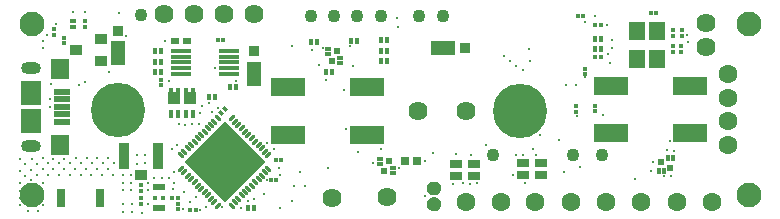
<source format=gts>
%FSTAX23Y23*%
%MOIN*%
%SFA1B1*%

%IPPOS*%
%AMD152*
4,1,4,0.010400,0.002100,0.002100,0.010400,-0.010400,-0.002100,-0.002100,-0.010400,0.010400,0.002100,0.0*
1,1,0.011800,0.006200,0.006200*
1,1,0.011800,-0.006200,-0.006200*
%
%AMD153*
4,1,4,0.002100,-0.010400,0.010400,-0.002100,-0.002100,0.010400,-0.010400,0.002100,0.002100,-0.010400,0.0*
1,1,0.011800,0.006200,-0.006200*
1,1,0.011800,-0.006200,0.006200*
%
%AMD154*
4,1,4,0.133600,0.000000,0.000000,0.133600,-0.133600,0.000000,0.000000,-0.133600,0.133600,0.000000,0.0*
%
%AMD160*
4,1,4,-0.001300,0.011100,-0.011100,0.001300,0.001300,-0.011100,0.011100,-0.001300,-0.001300,0.011100,0.0*
%
%ADD19C,0.007900*%
%ADD30R,0.055100X0.063000*%
%ADD31R,0.031500X0.063000*%
%ADD46R,0.039400X0.031500*%
%ADD66C,0.023600*%
%ADD132C,0.024000*%
%ADD133R,0.011800X0.019700*%
%ADD134R,0.023600X0.023600*%
%ADD135C,0.043300*%
%ADD136R,0.082700X0.047200*%
%ADD137R,0.035400X0.035400*%
%ADD138R,0.027600X0.023600*%
%ADD139O,0.070900X0.015700*%
%ADD140C,0.011800*%
%ADD141R,0.015000X0.020900*%
%ADD142R,0.019700X0.011800*%
%ADD143R,0.023600X0.023600*%
%ADD144R,0.047200X0.082700*%
%ADD145R,0.035400X0.035400*%
%ADD146R,0.043900X0.033900*%
%ADD147R,0.017700X0.013800*%
%ADD148R,0.020900X0.015000*%
%ADD149R,0.057100X0.019700*%
%ADD150R,0.065000X0.078700*%
%ADD151R,0.059100X0.066900*%
G04~CAMADD=152~3~0.0~0.0~118.0~295.0~0.0~0.0~0~0.0~0.0~0.0~0.0~0~0.0~0.0~0.0~0.0~0~0.0~0.0~0.0~315.0~242.0~242.0*
%ADD152D152*%
G04~CAMADD=153~3~0.0~0.0~118.0~295.0~0.0~0.0~0~0.0~0.0~0.0~0.0~0~0.0~0.0~0.0~0.0~0~0.0~0.0~0.0~225.0~242.0~242.0*
%ADD153D153*%
G04~CAMADD=154~10~0.0~1890.1~0.0~0.0~0.0~0.0~0~0.0~0.0~0.0~0.0~0~0.0~0.0~0.0~0.0~0~0.0~0.0~0.0~315.0~1890.1~0.0*
%ADD154D154*%
%ADD155R,0.027600X0.025600*%
%ADD156R,0.112200X0.059100*%
%ADD157R,0.017700X0.017700*%
%ADD158R,0.043300X0.021700*%
%ADD159R,0.013800X0.017700*%
G04~CAMADD=160~9~0.0~0.0~138.0~177.0~0.0~0.0~0~0.0~0.0~0.0~0.0~0~0.0~0.0~0.0~0.0~0~0.0~0.0~0.0~45.0~222.0~221.0*
%ADD160D160*%
%ADD161R,0.015700X0.031500*%
%ADD162R,0.041200X0.043300*%
%ADD163R,0.041100X0.043300*%
%ADD164R,0.035400X0.090600*%
%ADD165R,0.043300X0.035400*%
%ADD166C,0.063000*%
%ADD167C,0.063900*%
%ADD168O,0.066900X0.039400*%
%ADD169C,0.082700*%
%ADD170C,0.181100*%
%ADD171C,0.013000*%
%LNvapeix_mini_pcb-1*%
%LPD*%
G54D19*
X0282Y03065D03*
X02582Y03032D03*
X02504Y03037D03*
X02077Y03324D03*
X02141Y03374D03*
X0214Y03399D03*
X02144Y0345D03*
X02821Y03558D03*
X02161Y03649D03*
X02216Y03689D03*
X02255D03*
X02335Y03488D03*
X02635Y03317D03*
X02613Y03317D03*
X02569Y03315D03*
X02591Y03314D03*
X02564Y03247D03*
X02548Y03232D03*
X02236Y03447D03*
X02255Y03457D03*
X02778Y03037D03*
X02799Y03058D03*
X02908Y03146D03*
X02862Y03128D03*
X02903Y03168D03*
X02972Y03157D03*
X02945Y03061D03*
X02954Y03109D03*
X02991D03*
X03009Y03676D03*
X03086D03*
X03149Y03509D03*
X0306Y03462D03*
X04009Y03444D03*
X04274D03*
X03984Y03345D03*
X03894Y03446D03*
X04013Y03596D03*
X04012Y03569D03*
X04151Y03188D03*
X04209Y03144D03*
X04185Y03142D03*
X04268Y03287D03*
X04205Y03258D03*
X03996Y03646D03*
X03882Y03213D03*
X03724Y03118D03*
X03751Y03232D03*
X03774Y03281D03*
X03838Y03264D03*
X03982Y03213D03*
X03594Y03247D03*
X04089Y03134D03*
X03923Y03656D03*
X03739Y03527D03*
X03956Y03675D03*
X04006Y03521D03*
X03897Y03344D03*
X03485Y03183D03*
X03544Y03213D03*
X03682Y03145D03*
X04142Y03159D03*
X03391Y03192D03*
X03304Y03169D03*
X03242Y03233D03*
X03218Y03185D03*
X03068Y03169D03*
X03165Y03224D03*
X02625Y03072D03*
X02607Y03055D03*
X02906Y03037D03*
X02852Y03082D03*
X02661Y0304D03*
X02641Y0303D03*
X02712Y03039D03*
X02932Y03438D03*
X03121Y0343D03*
X03324Y03192D03*
X02393Y0361D03*
X02554Y03402D03*
X02542Y03351D03*
X02669Y03386D03*
X02567Y03351D03*
X0269Y03502D03*
X02759Y03458D03*
X02681Y03355D03*
X02699Y03369D03*
X03693Y0351D03*
X03716Y03496D03*
X03735Y03567D03*
X03672Y03527D03*
X03653Y03544D03*
X02863Y03252D03*
X02885Y03234D03*
X02552Y03157D03*
X02538Y03137D03*
X02553Y0312D03*
X02551Y03098D03*
X02586Y0309D03*
X02131Y03613D03*
X02117Y03593D03*
X02443Y03676D03*
X02538Y03459D03*
X02384Y03095D03*
Y03121D03*
Y03146D03*
X02351D03*
X02314D03*
X02278D03*
X02242D03*
X02205D03*
X02169D03*
X02132D03*
X02384Y03022D03*
Y03048D03*
X02413D03*
X02411Y0312D03*
Y03095D03*
X02413Y03022D03*
X02118Y03094D03*
Y0312D03*
Y03047D03*
X02117Y03072D03*
X02151Y03165D03*
X02188D03*
X02224D03*
X02261D03*
X02297D03*
X02333D03*
X02207Y03186D03*
X02243D03*
X0228D03*
X02316D03*
X02352D03*
X02225Y03204D03*
X02262D03*
X02298D03*
X02334D03*
X02133Y03186D03*
X0217D03*
X02116Y03165D03*
Y03202D03*
X02188Y032D03*
X02151D03*
X02468Y03048D03*
X02446Y03021D03*
X02467Y03095D03*
Y03118D03*
X02079Y032D03*
X02076Y03162D03*
X02096Y03184D03*
X02095Y03145D03*
X02039Y03198D03*
Y03161D03*
X02056Y03182D03*
X02055Y03142D03*
X02066Y03027D03*
X02099D03*
X0204Y0307D03*
X02041Y03045D03*
Y03118D03*
Y03092D03*
X02077Y03129D03*
X02514Y03136D03*
X02487Y03137D03*
X0241Y03147D03*
X03415Y03218D03*
X04196Y03229D03*
X04219Y03226D03*
X04097Y03534D03*
X03861Y03447D03*
X03907Y03172D03*
X03618Y03215D03*
X0264Y03353D03*
X02647Y03375D03*
X03182Y03438D03*
X033Y03639D03*
X03037Y03514D03*
X03096Y0356D03*
X03295Y03669D03*
X02371Y03687D03*
X02945Y03576D03*
X03449Y03571D03*
X03493Y03215D03*
X03014Y03563D03*
X03049Y03569D03*
X03141Y03576D03*
X0376Y03213D03*
X03718Y03214D03*
X02118Y03571D03*
X03922Y03472D03*
X02457Y03185D03*
X02431Y03184D03*
X02457Y03212D03*
X02431Y03212D03*
X03694Y03214D03*
X02522Y03592D03*
X03389Y03077D03*
X03852Y03155D03*
X0354Y03117D03*
X03518Y03118D03*
X03484Y03117D03*
X03563Y03118D03*
X03125Y03301D03*
X04265Y0359D03*
X04161Y03514D03*
X04264Y03612D03*
X0416Y03627D03*
X04Y03548D03*
G54D30*
X04096Y03534D03*
X04163D03*
X04096Y03626D03*
X04163D03*
G54D31*
X02175Y03069D03*
X02308D03*
G54D46*
X03776Y03185D03*
Y03145D03*
X03716Y03185D03*
Y03145D03*
X03552Y03183D03*
Y03144D03*
X03493Y03183D03*
Y03144D03*
G54D66*
X03655Y0341D03*
X03637Y03363D03*
X03657Y03313D03*
X03707Y03291D03*
X03754Y03312D03*
X03775Y03363D03*
X03755Y0341D03*
X03707Y03431D03*
X02369Y03433D03*
X02417Y03412D03*
X02437Y03365D03*
X02416Y03314D03*
X02369Y03293D03*
X02319Y03315D03*
X02299Y03365D03*
X02317Y03412D03*
G54D132*
X03428Y03051D02*
D01*
X03428Y03051*
X03428Y03052*
X03428Y03053*
X03428Y03054*
X03427Y03054*
X03427Y03055*
X03427Y03056*
X03426Y03057*
X03426Y03057*
X03426Y03058*
X03425Y03058*
X03424Y03059*
X03424Y03059*
X03423Y0306*
X03423Y0306*
X03422Y03061*
X03421Y03061*
X0342Y03061*
X0342Y03061*
X03419Y03062*
X03418Y03062*
X03417Y03062*
X03417*
X03416Y03062*
X03415Y03062*
X03414Y03061*
X03414Y03061*
X03413Y03061*
X03412Y03061*
X03412Y0306*
X03411Y0306*
X0341Y03059*
X0341Y03059*
X03409Y03058*
X03409Y03058*
X03408Y03057*
X03408Y03057*
X03407Y03056*
X03407Y03055*
X03407Y03054*
X03407Y03054*
X03406Y03053*
X03406Y03052*
X03406Y03051*
X03406Y03051*
X03406Y0305*
X03406Y03049*
X03406Y03048*
X03407Y03048*
X03407Y03047*
X03407Y03046*
X03407Y03046*
X03408Y03045*
X03408Y03044*
X03409Y03044*
X03409Y03043*
X0341Y03043*
X0341Y03042*
X03411Y03042*
X03412Y03041*
X03412Y03041*
X03413Y03041*
X03414Y0304*
X03414Y0304*
X03415Y0304*
X03416Y0304*
X03417Y0304*
X03417*
X03418Y0304*
X03419Y0304*
X0342Y0304*
X0342Y0304*
X03421Y03041*
X03422Y03041*
X03423Y03041*
X03423Y03042*
X03424Y03042*
X03424Y03043*
X03425Y03043*
X03426Y03044*
X03426Y03044*
X03426Y03045*
X03427Y03046*
X03427Y03046*
X03427Y03047*
X03428Y03048*
X03428Y03048*
X03428Y03049*
X03428Y0305*
X03428Y03051*
X0343D02*
D01*
X0343Y03051*
X0343Y03052*
X0343Y03053*
X0343Y03054*
X0343Y03054*
X03429Y03055*
X03429Y03056*
X03429Y03057*
X03428Y03057*
X03428Y03058*
X03427Y03058*
X03427Y03059*
X03426Y03059*
X03425Y0306*
X03425Y0306*
X03424Y03061*
X03423Y03061*
X03423Y03061*
X03422Y03061*
X03421Y03062*
X0342Y03062*
X0342Y03062*
X03419*
X03418Y03062*
X03417Y03062*
X03417Y03061*
X03416Y03061*
X03415Y03061*
X03414Y03061*
X03414Y0306*
X03413Y0306*
X03413Y03059*
X03412Y03059*
X03411Y03058*
X03411Y03058*
X0341Y03057*
X0341Y03057*
X0341Y03056*
X03409Y03055*
X03409Y03054*
X03409Y03054*
X03409Y03053*
X03408Y03052*
X03408Y03051*
X03408Y03051*
X03408Y0305*
X03408Y03049*
X03409Y03048*
X03409Y03048*
X03409Y03047*
X03409Y03046*
X0341Y03046*
X0341Y03045*
X0341Y03044*
X03411Y03044*
X03411Y03043*
X03412Y03043*
X03413Y03042*
X03413Y03042*
X03414Y03041*
X03414Y03041*
X03415Y03041*
X03416Y0304*
X03417Y0304*
X03417Y0304*
X03418Y0304*
X03419Y0304*
X0342*
X0342Y0304*
X03421Y0304*
X03422Y0304*
X03423Y0304*
X03423Y03041*
X03424Y03041*
X03425Y03041*
X03425Y03042*
X03426Y03042*
X03427Y03043*
X03427Y03043*
X03428Y03044*
X03428Y03044*
X03429Y03045*
X03429Y03046*
X03429Y03046*
X0343Y03047*
X0343Y03048*
X0343Y03048*
X0343Y03049*
X0343Y0305*
X0343Y03051*
X03428Y03104D02*
D01*
X03428Y03104*
X03428Y03105*
X03428Y03106*
X03428Y03107*
X03427Y03107*
X03427Y03108*
X03427Y03109*
X03426Y03109*
X03426Y0311*
X03426Y03111*
X03425Y03111*
X03424Y03112*
X03424Y03112*
X03423Y03113*
X03423Y03113*
X03422Y03113*
X03421Y03114*
X0342Y03114*
X0342Y03114*
X03419Y03114*
X03418Y03114*
X03417Y03114*
X03417*
X03416Y03114*
X03415Y03114*
X03414Y03114*
X03414Y03114*
X03413Y03114*
X03412Y03113*
X03412Y03113*
X03411Y03113*
X0341Y03112*
X0341Y03112*
X03409Y03111*
X03409Y03111*
X03408Y0311*
X03408Y03109*
X03407Y03109*
X03407Y03108*
X03407Y03107*
X03407Y03107*
X03406Y03106*
X03406Y03105*
X03406Y03104*
X03406Y03104*
X03406Y03103*
X03406Y03102*
X03406Y03101*
X03407Y031*
X03407Y031*
X03407Y03099*
X03407Y03098*
X03408Y03098*
X03408Y03097*
X03409Y03096*
X03409Y03096*
X0341Y03095*
X0341Y03095*
X03411Y03094*
X03412Y03094*
X03412Y03094*
X03413Y03093*
X03414Y03093*
X03414Y03093*
X03415Y03093*
X03416Y03093*
X03417Y03093*
X03417*
X03418Y03093*
X03419Y03093*
X0342Y03093*
X0342Y03093*
X03421Y03093*
X03422Y03094*
X03423Y03094*
X03423Y03094*
X03424Y03095*
X03424Y03095*
X03425Y03096*
X03426Y03096*
X03426Y03097*
X03426Y03098*
X03427Y03098*
X03427Y03099*
X03427Y031*
X03428Y031*
X03428Y03101*
X03428Y03102*
X03428Y03103*
X03428Y03104*
X0343D02*
D01*
X0343Y03104*
X0343Y03105*
X0343Y03106*
X0343Y03107*
X0343Y03107*
X03429Y03108*
X03429Y03109*
X03429Y03109*
X03428Y0311*
X03428Y03111*
X03427Y03111*
X03427Y03112*
X03426Y03112*
X03425Y03113*
X03425Y03113*
X03424Y03113*
X03423Y03114*
X03423Y03114*
X03422Y03114*
X03421Y03114*
X0342Y03114*
X0342Y03114*
X03419*
X03418Y03114*
X03417Y03114*
X03417Y03114*
X03416Y03114*
X03415Y03114*
X03414Y03113*
X03414Y03113*
X03413Y03113*
X03413Y03112*
X03412Y03112*
X03411Y03111*
X03411Y03111*
X0341Y0311*
X0341Y03109*
X0341Y03109*
X03409Y03108*
X03409Y03107*
X03409Y03107*
X03409Y03106*
X03408Y03105*
X03408Y03104*
X03408Y03104*
X03408Y03103*
X03408Y03102*
X03409Y03101*
X03409Y031*
X03409Y031*
X03409Y03099*
X0341Y03098*
X0341Y03098*
X0341Y03097*
X03411Y03096*
X03411Y03096*
X03412Y03095*
X03413Y03095*
X03413Y03094*
X03414Y03094*
X03414Y03094*
X03415Y03093*
X03416Y03093*
X03417Y03093*
X03417Y03093*
X03418Y03093*
X03419Y03093*
X0342*
X0342Y03093*
X03421Y03093*
X03422Y03093*
X03423Y03093*
X03423Y03093*
X03424Y03094*
X03425Y03094*
X03425Y03094*
X03426Y03095*
X03427Y03095*
X03427Y03096*
X03428Y03096*
X03428Y03097*
X03429Y03098*
X03429Y03098*
X03429Y03099*
X0343Y031*
X0343Y031*
X0343Y03101*
X0343Y03102*
X0343Y03103*
X0343Y03104*
G54D133*
X04216Y03202D03*
X042D03*
X04169Y03159D03*
X04185D03*
G54D134*
X04208Y03171D03*
X04176Y03188D03*
G54D135*
X03369Y03675D03*
X03449D03*
X02443Y03678D03*
X03618Y03214D03*
X03882Y03213D03*
X03981Y03212D03*
X03164Y03676D03*
X03242D03*
X03086D03*
X03009D03*
G54D136*
X03449Y03571D03*
G54D137*
X03523Y03571D03*
G54D138*
X02596Y03592D03*
X02557D03*
G54D139*
X02737Y03482D03*
Y03502D03*
Y03522D03*
Y03541D03*
Y03561D03*
X02576Y03482D03*
Y03502D03*
Y03522D03*
Y03541D03*
Y03561D03*
G54D140*
X03405Y03051D03*
X03432D03*
X03405Y03104D03*
X03432D03*
G54D141*
X03244Y03559D03*
X03264D03*
X03144Y03594D03*
X03164D03*
X03031Y03591D03*
X03011D03*
X03264Y03595D03*
X03244D03*
X03978Y03567D03*
X03958D03*
Y03601D03*
X03978D03*
X02821Y03035D03*
X02801D03*
X03264Y03525D03*
X03244D03*
X0308Y03491D03*
X0306D03*
X02489Y03489D03*
X02509D03*
X02489Y03524D03*
X02509D03*
X02489Y03558D03*
X02509D03*
X02759Y03438D03*
X02739D03*
X02689Y03406D03*
X02669D03*
G54D142*
X03065Y03567D03*
Y03551D03*
X03108Y0352D03*
Y03536D03*
X0324Y032D03*
Y03184D03*
X03283Y03153D03*
Y03169D03*
G54D143*
X03096Y03559D03*
X03079Y03527D03*
X03271Y03192D03*
X03254Y0316D03*
G54D144*
X02365Y03552D03*
X02821Y03484D03*
G54D145*
X02365Y03626D03*
X02821Y03558D03*
G54D146*
X02309Y03527D03*
Y03601D03*
X02226Y03564D03*
G54D147*
X02152Y03613D03*
Y03632D03*
X02188Y03585D03*
Y03604D03*
X02255Y03659D03*
Y0364D03*
X04215Y03576D03*
Y03557D03*
X02444Y0307D03*
Y03051D03*
Y03093D03*
Y03112D03*
X02568Y03032D03*
Y03051D03*
X03922Y03482D03*
Y03501D03*
X04215Y0363D03*
Y0361D03*
X04244Y03577D03*
Y03557D03*
X04245Y0363D03*
Y0361D03*
X03894Y03376D03*
Y03357D03*
X03957Y03358D03*
Y03377D03*
X0251Y03464D03*
Y03445D03*
G54D148*
X02216Y0366D03*
Y0364D03*
G54D149*
X02181Y03373D03*
Y03399D03*
Y03424D03*
Y03348D03*
Y03322D03*
G54D150*
X02075Y0342D03*
Y03326D03*
G54D151*
X02172Y03247D03*
Y03499D03*
G54D152*
X02868Y03213D03*
X02857Y03224D03*
X02846Y03235D03*
X02835Y03246D03*
X02823Y03257D03*
X02812Y03268D03*
X02801Y03279D03*
X0279Y0329D03*
X02779Y03302D03*
X02768Y03313D03*
X02757Y03324D03*
X02746Y03335D03*
X02577Y03167D03*
X02588Y03155D03*
X02599Y03144D03*
X0261Y03133D03*
X02622Y03122D03*
X02633Y03111D03*
X02644Y031D03*
X02655Y03089D03*
X02666Y03078D03*
X02677Y03066D03*
X02688Y03055D03*
X027Y03044D03*
G54D153*
X027Y03335D03*
X02688Y03324D03*
X02677Y03313D03*
X02666Y03302D03*
X02655Y0329D03*
X02644Y03279D03*
X02633Y03268D03*
X02622Y03257D03*
X0261Y03246D03*
X02599Y03235D03*
X02588Y03224D03*
X02577Y03213D03*
X02746Y03044D03*
X02757Y03055D03*
X02768Y03066D03*
X02779Y03078D03*
X0279Y03089D03*
X02801Y031D03*
X02812Y03111D03*
X02823Y03122D03*
X02835Y03133D03*
X02846Y03144D03*
X02857Y03155D03*
X02868Y03167D03*
G54D154*
X02723Y0319D03*
G54D155*
X03363Y03192D03*
X03324D03*
G54D156*
X02932Y03281D03*
Y03438D03*
X03197Y03281D03*
Y03438D03*
X04009Y03287D03*
Y03444D03*
X04274Y03287D03*
Y03444D03*
G54D157*
X02516Y03071D03*
X02491D03*
G54D158*
X02503Y03105D03*
X02504Y03037D03*
G54D159*
X02548Y03071D03*
X02567D03*
X02892Y03197D03*
X02911D03*
X02894Y03128D03*
X02875D03*
X02627Y03031D03*
X02608D03*
X03977Y03646D03*
X03958D03*
X03977Y0354D03*
X03958D03*
X04142Y03687D03*
X04161D03*
X03918Y03677D03*
X03899D03*
X02699Y03595D03*
X02718D03*
G54D160*
X0271Y03353D03*
X02724Y03367D03*
G54D161*
X02542Y03423D03*
X02567D03*
X02618D03*
X02593D03*
Y03351D03*
X02618D03*
X02567D03*
X02542D03*
G54D162*
X02554Y03402D03*
G54D163*
X02605Y03402D03*
G54D164*
X02499Y0321D03*
X02388D03*
G54D165*
X02444Y03147D03*
G54D166*
X03875Y03057D03*
X03644D03*
X03757D03*
X03993D03*
X04345D03*
X04109D03*
X04229D03*
X03528D03*
X04399Y03404D03*
Y03483D03*
Y03325D03*
Y03246D03*
G54D167*
X04326Y03652D03*
Y03573D03*
X03368Y0336D03*
X03525D03*
X02521Y03682D03*
X02621D03*
X02821D03*
X02721D03*
X03081Y0307D03*
X03264Y03072D03*
G54D168*
X02075Y03243D03*
Y03503D03*
G54D169*
X0208Y0365D03*
Y0308D03*
X0447Y03078D03*
Y03648D03*
G54D170*
X02368Y03363D03*
X03707Y0336D03*
G54D171*
X02656Y03223D03*
Y03156D03*
X02689Y0319D03*
X02622D03*
X02823D03*
X02789Y03156D03*
X02756Y03123D03*
X02723Y03089D03*
X02789Y03223D03*
X02756Y0319D03*
X02723Y03156D03*
X02689Y03123D03*
X02756Y03256D03*
X02723Y03223D03*
Y0329D03*
X02689Y03256D03*
M02*
</source>
